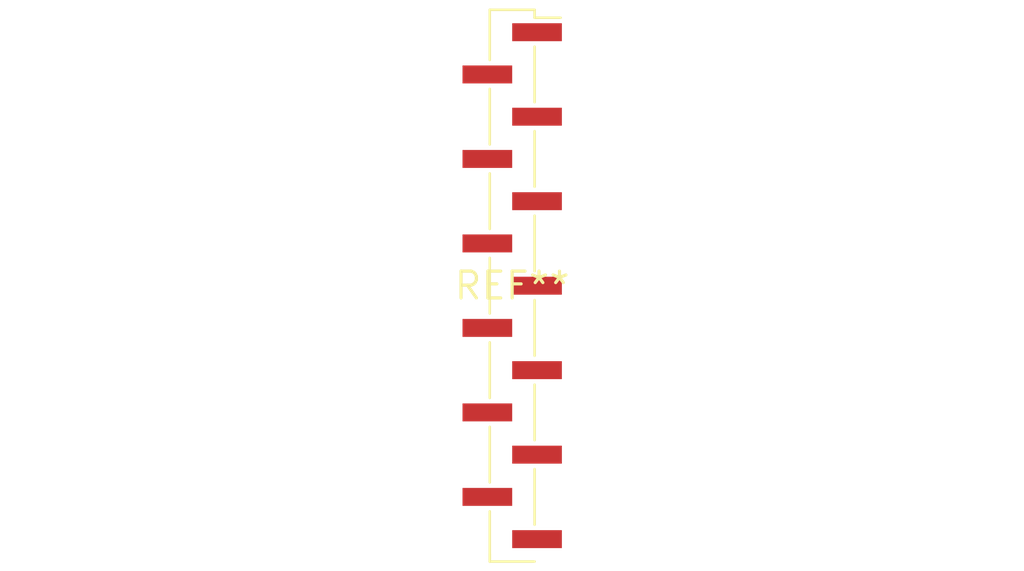
<source format=kicad_pcb>
(kicad_pcb (version 20240108) (generator pcbnew)
  (layers (0 "F.Cu" signal) (31 "B.Cu" signal) (34 "B.Paste" user) (35 "F.Paste" user) (36 "B.SilkS" user "B.Silkscreen") (37 "F.SilkS" user "F.Silkscreen") (38 "B.Mask" user) (39 "F.Mask" user) (44 "Edge.Cuts" user))
  (net 0 "")
  (footprint "PinHeader_1x13_P2.00mm_Vertical_SMD_Pin1Right" (layer "F.Cu") (at 0 0)
    (property "Reference" "REF**")
    (property "Value" "PinHeader_1x13_P2.00mm_Vertical_SMD_Pin1Right")
    (fp_line (start -1.06 -13.06) (end -1.06 -10.685) (layer "F.SilkS") (stroke (width 0.12)))
    (fp_line (start -1.06 -13.06) (end 1.06 -13.06) (layer "F.SilkS") (stroke (width 0.12)))
    (fp_line (start -1.06 -9.315) (end -1.06 -6.685) (layer "F.SilkS") (stroke (width 0.12)))
    (fp_line (start -1.06 -5.315) (end -1.06 -2.685) (layer "F.SilkS") (stroke (width 0.12)))
    (fp_line (start -1.06 -1.315) (end -1.06 1.315) (layer "F.SilkS") (stroke (width 0.12)))
    (fp_line (start -1.06 2.685) (end -1.06 5.315) (layer "F.SilkS") (stroke (width 0.12)))
    (fp_line (start -1.06 6.685) (end -1.06 9.315) (layer "F.SilkS") (stroke (width 0.12)))
    (fp_line (start -1.06 10.685) (end -1.06 13.06) (layer "F.SilkS") (stroke (width 0.12)))
    (fp_line (start -1.06 12.685) (end -1.06 13.06) (layer "F.SilkS") (stroke (width 0.12)))
    (fp_line (start -1.06 13.06) (end 1.06 13.06) (layer "F.SilkS") (stroke (width 0.12)))
    (fp_line (start 1.06 -13.06) (end 1.06 -12.685) (layer "F.SilkS") (stroke (width 0.12)))
    (fp_line (start 1.06 -12.685) (end 2.29 -12.685) (layer "F.SilkS") (stroke (width 0.12)))
    (fp_line (start 1.06 -11.315) (end 1.06 -8.685) (layer "F.SilkS") (stroke (width 0.12)))
    (fp_line (start 1.06 -7.315) (end 1.06 -4.685) (layer "F.SilkS") (stroke (width 0.12)))
    (fp_line (start 1.06 -3.315) (end 1.06 -0.685) (layer "F.SilkS") (stroke (width 0.12)))
    (fp_line (start 1.06 0.685) (end 1.06 3.315) (layer "F.SilkS") (stroke (width 0.12)))
    (fp_line (start 1.06 4.685) (end 1.06 7.315) (layer "F.SilkS") (stroke (width 0.12)))
    (fp_line (start 1.06 8.685) (end 1.06 11.315) (layer "F.SilkS") (stroke (width 0.12)))
    (pad "1" smd rect (at 1.175 -12) (size 2.35 0.85) (layers "F.Cu" "F.Paste" "F.Mask"))
    (pad "2" smd rect (at -1.175 -10) (size 2.35 0.85) (layers "F.Cu" "F.Paste" "F.Mask"))
    (pad "3" smd rect (at 1.175 -8) (size 2.35 0.85) (layers "F.Cu" "F.Paste" "F.Mask"))
    (pad "4" smd rect (at -1.175 -6) (size 2.35 0.85) (layers "F.Cu" "F.Paste" "F.Mask"))
    (pad "5" smd rect (at 1.175 -4) (size 2.35 0.85) (layers "F.Cu" "F.Paste" "F.Mask"))
    (pad "6" smd rect (at -1.175 -2) (size 2.35 0.85) (layers "F.Cu" "F.Paste" "F.Mask"))
    (pad "7" smd rect (at 1.175 0) (size 2.35 0.85) (layers "F.Cu" "F.Paste" "F.Mask"))
    (pad "8" smd rect (at -1.175 2) (size 2.35 0.85) (layers "F.Cu" "F.Paste" "F.Mask"))
    (pad "9" smd rect (at 1.175 4) (size 2.35 0.85) (layers "F.Cu" "F.Paste" "F.Mask"))
    (pad "10" smd rect (at -1.175 6) (size 2.35 0.85) (layers "F.Cu" "F.Paste" "F.Mask"))
    (pad "11" smd rect (at 1.175 8) (size 2.35 0.85) (layers "F.Cu" "F.Paste" "F.Mask"))
    (pad "12" smd rect (at -1.175 10) (size 2.35 0.85) (layers "F.Cu" "F.Paste" "F.Mask"))
    (pad "13" smd rect (at 1.175 12) (size 2.35 0.85) (layers "F.Cu" "F.Paste" "F.Mask"))
  )
)
</source>
